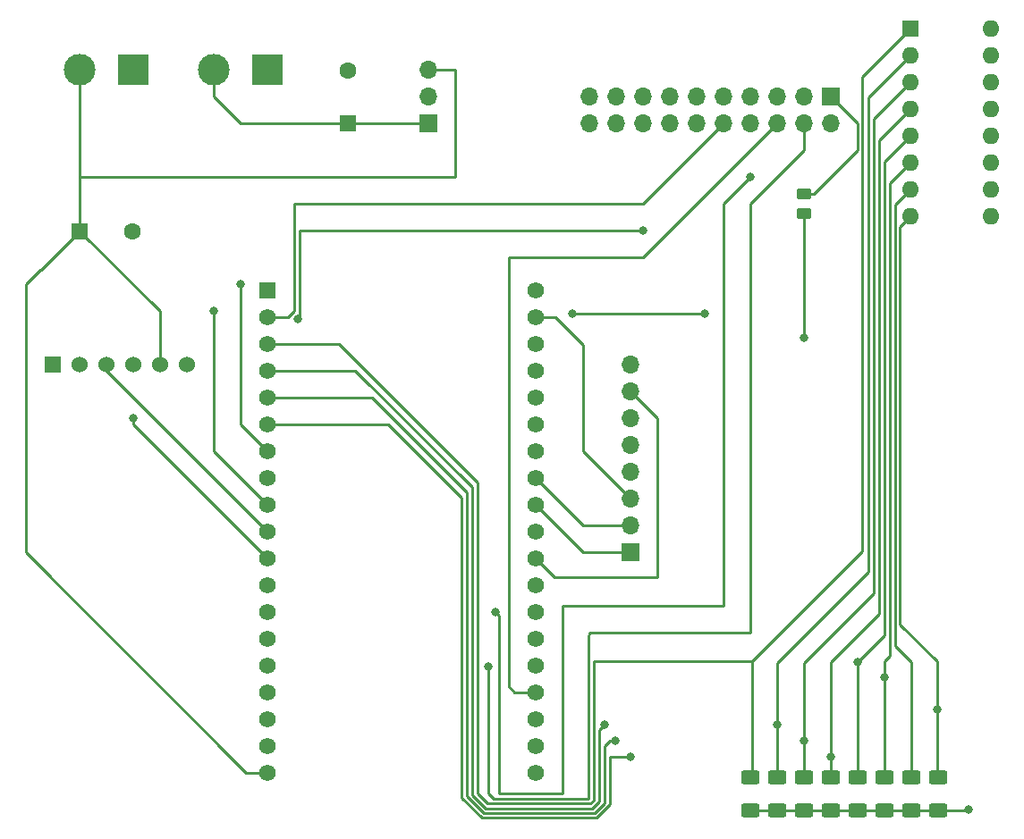
<source format=gbr>
%TF.GenerationSoftware,KiCad,Pcbnew,6.0.2+dfsg-1*%
%TF.CreationDate,2023-04-20T15:10:53+02:00*%
%TF.ProjectId,login-controller,6c6f6769-6e2d-4636-9f6e-74726f6c6c65,rev?*%
%TF.SameCoordinates,Original*%
%TF.FileFunction,Copper,L1,Top*%
%TF.FilePolarity,Positive*%
%FSLAX46Y46*%
G04 Gerber Fmt 4.6, Leading zero omitted, Abs format (unit mm)*
G04 Created by KiCad (PCBNEW 6.0.2+dfsg-1) date 2023-04-20 15:10:53*
%MOMM*%
%LPD*%
G01*
G04 APERTURE LIST*
G04 Aperture macros list*
%AMRoundRect*
0 Rectangle with rounded corners*
0 $1 Rounding radius*
0 $2 $3 $4 $5 $6 $7 $8 $9 X,Y pos of 4 corners*
0 Add a 4 corners polygon primitive as box body*
4,1,4,$2,$3,$4,$5,$6,$7,$8,$9,$2,$3,0*
0 Add four circle primitives for the rounded corners*
1,1,$1+$1,$2,$3*
1,1,$1+$1,$4,$5*
1,1,$1+$1,$6,$7*
1,1,$1+$1,$8,$9*
0 Add four rect primitives between the rounded corners*
20,1,$1+$1,$2,$3,$4,$5,0*
20,1,$1+$1,$4,$5,$6,$7,0*
20,1,$1+$1,$6,$7,$8,$9,0*
20,1,$1+$1,$8,$9,$2,$3,0*%
G04 Aperture macros list end*
%TA.AperFunction,ComponentPad*%
%ADD10R,1.560000X1.560000*%
%TD*%
%TA.AperFunction,ComponentPad*%
%ADD11C,1.560000*%
%TD*%
%TA.AperFunction,ComponentPad*%
%ADD12R,1.700000X1.700000*%
%TD*%
%TA.AperFunction,ComponentPad*%
%ADD13O,1.700000X1.700000*%
%TD*%
%TA.AperFunction,SMDPad,CuDef*%
%ADD14RoundRect,0.250000X0.625000X-0.400000X0.625000X0.400000X-0.625000X0.400000X-0.625000X-0.400000X0*%
%TD*%
%TA.AperFunction,ComponentPad*%
%ADD15R,1.600000X1.600000*%
%TD*%
%TA.AperFunction,ComponentPad*%
%ADD16C,1.600000*%
%TD*%
%TA.AperFunction,ComponentPad*%
%ADD17O,1.600000X1.600000*%
%TD*%
%TA.AperFunction,SMDPad,CuDef*%
%ADD18RoundRect,0.250000X0.450000X-0.262500X0.450000X0.262500X-0.450000X0.262500X-0.450000X-0.262500X0*%
%TD*%
%TA.AperFunction,ComponentPad*%
%ADD19R,3.000000X3.000000*%
%TD*%
%TA.AperFunction,ComponentPad*%
%ADD20C,3.000000*%
%TD*%
%TA.AperFunction,ComponentPad*%
%ADD21R,1.524000X1.524000*%
%TD*%
%TA.AperFunction,ComponentPad*%
%ADD22C,1.524000*%
%TD*%
%TA.AperFunction,ViaPad*%
%ADD23C,0.800000*%
%TD*%
%TA.AperFunction,Conductor*%
%ADD24C,0.250000*%
%TD*%
G04 APERTURE END LIST*
D10*
%TO.P,U1,J2-1,3V3*%
%TO.N,+3V3*%
X132080000Y-48820000D03*
D11*
%TO.P,U1,J2-2,EN*%
%TO.N,JTAG_RST*%
X132080000Y-51360000D03*
%TO.P,U1,J2-3,SENSOR_VP*%
%TO.N,DIP_1*%
X132080000Y-53900000D03*
%TO.P,U1,J2-4,SENSOR_VN*%
%TO.N,DIP_2*%
X132080000Y-56440000D03*
%TO.P,U1,J2-5,IO34*%
%TO.N,DIP_3*%
X132080000Y-58980000D03*
%TO.P,U1,J2-6,IO35*%
%TO.N,DIP_4*%
X132080000Y-61520000D03*
%TO.P,U1,J2-7,IO32*%
%TO.N,SD_CS*%
X132080000Y-64060000D03*
%TO.P,U1,J2-8,IO33*%
%TO.N,unconnected-(U1-PadJ2-8)*%
X132080000Y-66600000D03*
%TO.P,U1,J2-9,IO25*%
%TO.N,SD_SCL*%
X132080000Y-69140000D03*
%TO.P,U1,J2-10,IO26*%
%TO.N,SD_MOSI*%
X132080000Y-71680000D03*
%TO.P,U1,J2-11,IO27*%
%TO.N,SD_MISO*%
X132080000Y-74220000D03*
%TO.P,U1,J2-12,IO14*%
%TO.N,JTAG_TMS*%
X132080000Y-76760000D03*
%TO.P,U1,J2-13,IO12*%
%TO.N,JTAG_TDI*%
X132080000Y-79300000D03*
%TO.P,U1,J2-14,GND1*%
%TO.N,GND*%
X132080000Y-81840000D03*
%TO.P,U1,J2-15,IO13*%
%TO.N,JTAG_TCK*%
X132080000Y-84380000D03*
%TO.P,U1,J2-16,SD2*%
%TO.N,unconnected-(U1-PadJ2-16)*%
X132080000Y-86920000D03*
%TO.P,U1,J2-17,SD3*%
%TO.N,unconnected-(U1-PadJ2-17)*%
X132080000Y-89460000D03*
%TO.P,U1,J2-18,CMD*%
%TO.N,unconnected-(U1-PadJ2-18)*%
X132080000Y-92000000D03*
%TO.P,U1,J2-19,EXT_5V*%
%TO.N,+5V*%
X132080000Y-94540000D03*
%TO.P,U1,J3-1,GND3*%
%TO.N,GND*%
X157480000Y-48820000D03*
%TO.P,U1,J3-2,IO23*%
%TO.N,PN532_MOSI*%
X157480000Y-51360000D03*
%TO.P,U1,J3-3,IO22*%
%TO.N,unconnected-(U1-PadJ3-3)*%
X157480000Y-53900000D03*
%TO.P,U1,J3-4,TXD0*%
%TO.N,unconnected-(U1-PadJ3-4)*%
X157480000Y-56440000D03*
%TO.P,U1,J3-5,RXD0*%
%TO.N,unconnected-(U1-PadJ3-5)*%
X157480000Y-58980000D03*
%TO.P,U1,J3-6,IO21*%
%TO.N,DIP_7*%
X157480000Y-61520000D03*
%TO.P,U1,J3-7,GND2*%
%TO.N,GND*%
X157480000Y-64060000D03*
%TO.P,U1,J3-8,IO19*%
%TO.N,PN532_MISO*%
X157480000Y-66600000D03*
%TO.P,U1,J3-9,IO18*%
%TO.N,PN532_CLK*%
X157480000Y-69140000D03*
%TO.P,U1,J3-10,IO5*%
%TO.N,PN532_SS*%
X157480000Y-71680000D03*
%TO.P,U1,J3-11,IO17*%
%TO.N,PN532_IRQ*%
X157480000Y-74220000D03*
%TO.P,U1,J3-12,IO16*%
%TO.N,DIP_5*%
X157480000Y-76760000D03*
%TO.P,U1,J3-13,IO4*%
%TO.N,DIP_6*%
X157480000Y-79300000D03*
%TO.P,U1,J3-14,IO0*%
%TO.N,unconnected-(U1-PadJ3-14)*%
X157480000Y-81840000D03*
%TO.P,U1,J3-15,IO2*%
%TO.N,DIP_8*%
X157480000Y-84380000D03*
%TO.P,U1,J3-16,IO15*%
%TO.N,JTAG_TDO*%
X157480000Y-86920000D03*
%TO.P,U1,J3-17,SD1*%
%TO.N,unconnected-(U1-PadJ3-17)*%
X157480000Y-89460000D03*
%TO.P,U1,J3-18,SD0*%
%TO.N,unconnected-(U1-PadJ3-18)*%
X157480000Y-92000000D03*
%TO.P,U1,J3-19,CLK*%
%TO.N,unconnected-(U1-PadJ3-19)*%
X157480000Y-94540000D03*
%TD*%
D12*
%TO.P,U4,1,IN*%
%TO.N,+12V*%
X147320000Y-33020000D03*
D13*
%TO.P,U4,2,GND*%
%TO.N,GND*%
X147320000Y-30480000D03*
%TO.P,U4,3,OUT*%
%TO.N,+5V*%
X147320000Y-27940000D03*
%TD*%
D14*
%TO.P,R6,1*%
%TO.N,GND*%
X187960000Y-98070000D03*
%TO.P,R6,2*%
%TO.N,DIP_5*%
X187960000Y-94970000D03*
%TD*%
D15*
%TO.P,C2,1*%
%TO.N,+5V*%
X114340000Y-43220000D03*
D16*
%TO.P,C2,2*%
%TO.N,GND*%
X119340000Y-43220000D03*
%TD*%
D14*
%TO.P,R8,1*%
%TO.N,GND*%
X193040000Y-98070000D03*
%TO.P,R8,2*%
%TO.N,DIP_7*%
X193040000Y-94970000D03*
%TD*%
D15*
%TO.P,SW1,1*%
%TO.N,DIP_1*%
X193000000Y-24000000D03*
D17*
%TO.P,SW1,2*%
%TO.N,DIP_2*%
X193000000Y-26540000D03*
%TO.P,SW1,3*%
%TO.N,DIP_3*%
X193000000Y-29080000D03*
%TO.P,SW1,4*%
%TO.N,DIP_4*%
X193000000Y-31620000D03*
%TO.P,SW1,5*%
%TO.N,DIP_5*%
X193000000Y-34160000D03*
%TO.P,SW1,6*%
%TO.N,DIP_6*%
X193000000Y-36700000D03*
%TO.P,SW1,7*%
%TO.N,DIP_7*%
X193000000Y-39240000D03*
%TO.P,SW1,8*%
%TO.N,DIP_8*%
X193000000Y-41780000D03*
%TO.P,SW1,9*%
%TO.N,+3V3*%
X200620000Y-41780000D03*
%TO.P,SW1,10*%
X200620000Y-39240000D03*
%TO.P,SW1,11*%
X200620000Y-36700000D03*
%TO.P,SW1,12*%
X200620000Y-34160000D03*
%TO.P,SW1,13*%
X200620000Y-31620000D03*
%TO.P,SW1,14*%
X200620000Y-29080000D03*
%TO.P,SW1,15*%
X200620000Y-26540000D03*
%TO.P,SW1,16*%
X200620000Y-24000000D03*
%TD*%
D14*
%TO.P,R2,1*%
%TO.N,GND*%
X177800000Y-98070000D03*
%TO.P,R2,2*%
%TO.N,DIP_1*%
X177800000Y-94970000D03*
%TD*%
D12*
%TO.P,U2,1,SCK*%
%TO.N,PN532_CLK*%
X166500000Y-73660000D03*
D13*
%TO.P,U2,2,MISO*%
%TO.N,PN532_MISO*%
X166500000Y-71120000D03*
%TO.P,U2,3,MOSI*%
%TO.N,PN532_MOSI*%
X166500000Y-68580000D03*
%TO.P,U2,4,SS*%
%TO.N,PN532_SS*%
X166500000Y-66040000D03*
%TO.P,U2,5,VCC*%
%TO.N,+3V3*%
X166500000Y-63500000D03*
%TO.P,U2,6,GND*%
%TO.N,GND*%
X166500000Y-60960000D03*
%TO.P,U2,7,IRQ*%
%TO.N,PN532_IRQ*%
X166500000Y-58420000D03*
%TO.P,U2,8,RSTO*%
%TO.N,unconnected-(U2-Pad8)*%
X166500000Y-55880000D03*
%TD*%
D18*
%TO.P,R1,1*%
%TO.N,+3V3*%
X182880000Y-41552500D03*
%TO.P,R1,2*%
%TO.N,Net-(J4-Pad1)*%
X182880000Y-39727500D03*
%TD*%
D14*
%TO.P,R4,1*%
%TO.N,GND*%
X182880000Y-98070000D03*
%TO.P,R4,2*%
%TO.N,DIP_3*%
X182880000Y-94970000D03*
%TD*%
%TO.P,R7,1*%
%TO.N,GND*%
X190500000Y-98070000D03*
%TO.P,R7,2*%
%TO.N,DIP_6*%
X190500000Y-94970000D03*
%TD*%
D19*
%TO.P,J2,1,Pin_1*%
%TO.N,GND*%
X132080000Y-27940000D03*
D20*
%TO.P,J2,2,Pin_2*%
%TO.N,+12V*%
X127000000Y-27940000D03*
%TD*%
D12*
%TO.P,J4,1,VTref*%
%TO.N,Net-(J4-Pad1)*%
X185420000Y-30480000D03*
D13*
%TO.P,J4,2,SWDIO/TMS*%
%TO.N,JTAG_TMS*%
X185420000Y-33020000D03*
%TO.P,J4,3,GND*%
%TO.N,GND*%
X182880000Y-30480000D03*
%TO.P,J4,4,SWDCLK/TCK*%
%TO.N,JTAG_TCK*%
X182880000Y-33020000D03*
%TO.P,J4,5,GND*%
%TO.N,GND*%
X180340000Y-30480000D03*
%TO.P,J4,6,SWO/TDO*%
%TO.N,JTAG_TDO*%
X180340000Y-33020000D03*
%TO.P,J4,7,KEY*%
%TO.N,unconnected-(J4-Pad7)*%
X177800000Y-30480000D03*
%TO.P,J4,8,NC/TDI*%
%TO.N,JTAG_TDI*%
X177800000Y-33020000D03*
%TO.P,J4,9,GNDDetect*%
%TO.N,GND*%
X175260000Y-30480000D03*
%TO.P,J4,10,~{RESET}*%
%TO.N,JTAG_RST*%
X175260000Y-33020000D03*
%TO.P,J4,11*%
%TO.N,N/C*%
X172720000Y-30480000D03*
%TO.P,J4,12*%
X172720000Y-33020000D03*
%TO.P,J4,13*%
X170180000Y-30480000D03*
%TO.P,J4,14*%
X170180000Y-33020000D03*
%TO.P,J4,15*%
X167640000Y-30480000D03*
%TO.P,J4,16*%
X167640000Y-33020000D03*
%TO.P,J4,17*%
X165100000Y-30480000D03*
%TO.P,J4,18*%
X165100000Y-33020000D03*
%TO.P,J4,19*%
X162560000Y-30480000D03*
%TO.P,J4,20*%
X162560000Y-33020000D03*
%TD*%
D19*
%TO.P,J1,1,Pin_1*%
%TO.N,GND*%
X119380000Y-27940000D03*
D20*
%TO.P,J1,2,Pin_2*%
%TO.N,+5V*%
X114300000Y-27940000D03*
%TD*%
D14*
%TO.P,R5,1*%
%TO.N,GND*%
X185420000Y-98070000D03*
%TO.P,R5,2*%
%TO.N,DIP_4*%
X185420000Y-94970000D03*
%TD*%
%TO.P,R9,1*%
%TO.N,GND*%
X195580000Y-98070000D03*
%TO.P,R9,2*%
%TO.N,DIP_8*%
X195580000Y-94970000D03*
%TD*%
%TO.P,R3,1*%
%TO.N,GND*%
X180340000Y-98070000D03*
%TO.P,R3,2*%
%TO.N,DIP_2*%
X180340000Y-94970000D03*
%TD*%
D21*
%TO.P,U3,1,CS*%
%TO.N,SD_CS*%
X111760000Y-55880000D03*
D22*
%TO.P,U3,2,SCK*%
%TO.N,SD_SCL*%
X114300000Y-55880000D03*
%TO.P,U3,3,MOSI*%
%TO.N,SD_MOSI*%
X116840000Y-55880000D03*
%TO.P,U3,4,MISO*%
%TO.N,SD_MISO*%
X119380000Y-55880000D03*
%TO.P,U3,5,VCC*%
%TO.N,+5V*%
X121920000Y-55880000D03*
%TO.P,U3,6,GND*%
%TO.N,GND*%
X124460000Y-55880000D03*
%TD*%
D15*
%TO.P,C1,1*%
%TO.N,+12V*%
X139700000Y-33020000D03*
D16*
%TO.P,C1,2*%
%TO.N,GND*%
X139700000Y-28020000D03*
%TD*%
D23*
%TO.N,+3V3*%
X182880000Y-53340000D03*
%TO.N,GND*%
X198500000Y-98000000D03*
%TO.N,JTAG_TMS*%
X135000000Y-51500000D03*
X167640000Y-43180000D03*
%TO.N,JTAG_TCK*%
X153000000Y-84500000D03*
%TO.N,JTAG_TDI*%
X153700000Y-79300000D03*
X177800000Y-38100000D03*
%TO.N,SD_CS*%
X129540000Y-48260000D03*
%TO.N,SD_SCL*%
X127000000Y-50800000D03*
%TO.N,SD_MISO*%
X119380000Y-60960000D03*
%TO.N,DIP_2*%
X180340000Y-90000000D03*
X164000000Y-90000000D03*
%TO.N,DIP_3*%
X165000000Y-91500000D03*
X182880000Y-91500000D03*
%TO.N,DIP_4*%
X166500000Y-93000000D03*
X185420000Y-93000000D03*
%TO.N,DIP_5*%
X187960000Y-84040000D03*
%TO.N,DIP_6*%
X190500000Y-85500000D03*
%TO.N,DIP_7*%
X173500000Y-51000000D03*
X161000000Y-51000000D03*
%TO.N,DIP_8*%
X195500000Y-88500000D03*
%TD*%
D24*
%TO.N,PN532_MOSI*%
X162000000Y-54000000D02*
X162000000Y-64080000D01*
X159360000Y-51360000D02*
X162000000Y-54000000D01*
X162000000Y-64080000D02*
X166500000Y-68580000D01*
X157480000Y-51360000D02*
X159360000Y-51360000D01*
%TO.N,PN532_CLK*%
X162000000Y-73660000D02*
X157480000Y-69140000D01*
X166500000Y-73660000D02*
X162000000Y-73660000D01*
%TO.N,PN532_IRQ*%
X169000000Y-60920000D02*
X166500000Y-58420000D01*
X169000000Y-76000000D02*
X169000000Y-60920000D01*
X157480000Y-74220000D02*
X159260000Y-76000000D01*
X159260000Y-76000000D02*
X169000000Y-76000000D01*
%TO.N,PN532_MISO*%
X166500000Y-71120000D02*
X162000000Y-71120000D01*
X162000000Y-71120000D02*
X157480000Y-66600000D01*
%TO.N,GND*%
X187960000Y-98070000D02*
X190500000Y-98070000D01*
X195580000Y-98070000D02*
X198430000Y-98070000D01*
X198430000Y-98070000D02*
X198500000Y-98000000D01*
X182880000Y-98070000D02*
X185420000Y-98070000D01*
X185420000Y-98070000D02*
X187960000Y-98070000D01*
%TO.N,+3V3*%
X182880000Y-53340000D02*
X182880000Y-41552500D01*
%TO.N,GND*%
X193040000Y-98070000D02*
X195580000Y-98070000D01*
X190500000Y-98070000D02*
X193040000Y-98070000D01*
X177800000Y-98070000D02*
X180340000Y-98070000D01*
X180340000Y-98070000D02*
X182880000Y-98070000D01*
%TO.N,+12V*%
X127000000Y-27940000D02*
X127000000Y-30480000D01*
X139700000Y-33020000D02*
X147320000Y-33020000D01*
X129540000Y-33020000D02*
X139700000Y-33020000D01*
X127000000Y-30480000D02*
X129540000Y-33020000D01*
%TO.N,+5V*%
X110593489Y-46886511D02*
X109220000Y-48260000D01*
X109220000Y-48260000D02*
X109220000Y-73660000D01*
X149860000Y-38100000D02*
X114300000Y-38100000D01*
X109220000Y-73660000D02*
X130100000Y-94540000D01*
X114340000Y-43220000D02*
X114340000Y-38140000D01*
X121920000Y-55880000D02*
X121920000Y-50800000D01*
X110673489Y-46886511D02*
X110593489Y-46886511D01*
X114300000Y-27940000D02*
X114300000Y-38100000D01*
X149860000Y-27940000D02*
X149860000Y-38100000D01*
X114340000Y-43220000D02*
X110673489Y-46886511D01*
X147320000Y-27940000D02*
X149860000Y-27940000D01*
X114340000Y-38140000D02*
X114300000Y-38100000D01*
X114340000Y-43220000D02*
X121920000Y-50800000D01*
X130100000Y-94540000D02*
X132080000Y-94540000D01*
%TO.N,JTAG_TMS*%
X157480000Y-43180000D02*
X137160000Y-43180000D01*
X137160000Y-43180000D02*
X135180000Y-43180000D01*
X135180000Y-43180000D02*
X135180000Y-51320000D01*
X167640000Y-43180000D02*
X157480000Y-43180000D01*
X135180000Y-51320000D02*
X135000000Y-51500000D01*
%TO.N,JTAG_TCK*%
X182880000Y-33020000D02*
X182880000Y-35560000D01*
X182880000Y-35560000D02*
X177800000Y-40640000D01*
X162560000Y-81280000D02*
X162560000Y-81440000D01*
X177800000Y-81280000D02*
X162560000Y-81280000D01*
X162560000Y-81440000D02*
X162500000Y-81500000D01*
X153000000Y-96500000D02*
X153000000Y-84500000D01*
X177800000Y-40640000D02*
X177800000Y-81280000D01*
X153500000Y-97000000D02*
X153000000Y-96500000D01*
X162500000Y-81500000D02*
X162500000Y-97000000D01*
X162500000Y-97000000D02*
X153500000Y-97000000D01*
%TO.N,JTAG_TDO*%
X154940000Y-45720000D02*
X154940000Y-86360000D01*
X154940000Y-86360000D02*
X155500000Y-86920000D01*
X167640000Y-45720000D02*
X154940000Y-45720000D01*
X180340000Y-33020000D02*
X167640000Y-45720000D01*
X155500000Y-86920000D02*
X157480000Y-86920000D01*
%TO.N,JTAG_TDI*%
X153700000Y-79300000D02*
X154020000Y-79620000D01*
X177800000Y-38100000D02*
X175260000Y-40640000D01*
X160020000Y-78740000D02*
X160020000Y-96480000D01*
X175260000Y-78740000D02*
X160020000Y-78740000D01*
X160020000Y-96480000D02*
X154020000Y-96480000D01*
X175260000Y-40640000D02*
X175260000Y-78740000D01*
X154020000Y-79620000D02*
X154020000Y-96480000D01*
%TO.N,JTAG_RST*%
X134060000Y-51360000D02*
X132080000Y-51360000D01*
X134620000Y-40640000D02*
X134620000Y-50800000D01*
X175260000Y-33020000D02*
X167640000Y-40640000D01*
X167640000Y-40640000D02*
X134620000Y-40640000D01*
X134620000Y-50800000D02*
X134060000Y-51360000D01*
%TO.N,SD_CS*%
X132080000Y-64060000D02*
X129540000Y-61520000D01*
X129540000Y-61520000D02*
X129540000Y-48260000D01*
%TO.N,SD_SCL*%
X132080000Y-69140000D02*
X127000000Y-64060000D01*
X127000000Y-64060000D02*
X127000000Y-50800000D01*
%TO.N,SD_MOSI*%
X132080000Y-71680000D02*
X116840000Y-56440000D01*
X116840000Y-56440000D02*
X116840000Y-55880000D01*
%TO.N,SD_MISO*%
X132080000Y-74220000D02*
X119380000Y-61520000D01*
X119380000Y-61520000D02*
X119380000Y-60960000D01*
%TO.N,Net-(J4-Pad1)*%
X187960000Y-35560000D02*
X187960000Y-33020000D01*
X185420000Y-30480000D02*
X187960000Y-33020000D01*
X183792500Y-39727500D02*
X182880000Y-39727500D01*
X187960000Y-35560000D02*
X183792500Y-39727500D01*
%TO.N,DIP_1*%
X152000000Y-96500000D02*
X152000000Y-67000000D01*
X163000000Y-97135717D02*
X162686197Y-97449520D01*
X152949520Y-97449520D02*
X152000000Y-96500000D01*
X178000000Y-90000000D02*
X178000000Y-94770000D01*
X162686197Y-97449520D02*
X152949520Y-97449520D01*
X138900000Y-53900000D02*
X132080000Y-53900000D01*
X178000000Y-90000000D02*
X178000000Y-84000000D01*
X178000000Y-84000000D02*
X163000000Y-84000000D01*
X178000000Y-94770000D02*
X177800000Y-94970000D01*
X152000000Y-67000000D02*
X138900000Y-53900000D01*
X163000000Y-84000000D02*
X163000000Y-97135717D01*
X193000000Y-24000000D02*
X188409520Y-28590480D01*
X188409520Y-73590480D02*
X178000000Y-84000000D01*
X188409520Y-28590480D02*
X188409520Y-73590480D01*
%TO.N,DIP_2*%
X162872394Y-97899040D02*
X152763323Y-97899040D01*
X151500000Y-96635717D02*
X151500000Y-67500000D01*
X163500000Y-90500000D02*
X163500000Y-97271434D01*
X151500000Y-67500000D02*
X140440000Y-56440000D01*
X152763323Y-97899040D02*
X151500000Y-96635717D01*
X163500000Y-97271434D02*
X162872394Y-97899040D01*
X189000000Y-30540000D02*
X189000000Y-75500000D01*
X180340000Y-94970000D02*
X180340000Y-90000000D01*
X140440000Y-56440000D02*
X132080000Y-56440000D01*
X180340000Y-84160000D02*
X180340000Y-90000000D01*
X193000000Y-26540000D02*
X189000000Y-30540000D01*
X164000000Y-90000000D02*
X163500000Y-90500000D01*
X189000000Y-75500000D02*
X180340000Y-84160000D01*
%TO.N,DIP_3*%
X164000000Y-97407151D02*
X163058591Y-98348560D01*
X151000000Y-68000000D02*
X141980000Y-58980000D01*
X182880000Y-94970000D02*
X182880000Y-91500000D01*
X141980000Y-58980000D02*
X132080000Y-58980000D01*
X182880000Y-91500000D02*
X182880000Y-84120000D01*
X182880000Y-84120000D02*
X189500000Y-77500000D01*
X164000000Y-92000000D02*
X164000000Y-97407151D01*
X152577126Y-98348560D02*
X151000000Y-96771434D01*
X151000000Y-96771434D02*
X151000000Y-68000000D01*
X189500000Y-77500000D02*
X189500000Y-32580000D01*
X163058591Y-98348560D02*
X152577126Y-98348560D01*
X165000000Y-91500000D02*
X164500000Y-91500000D01*
X189500000Y-32580000D02*
X193000000Y-29080000D01*
X164500000Y-91500000D02*
X164000000Y-92000000D01*
%TO.N,DIP_4*%
X164500000Y-97542868D02*
X163244788Y-98798080D01*
X185420000Y-93000000D02*
X185420000Y-84080000D01*
X152390929Y-98798080D02*
X150500000Y-96907151D01*
X143520000Y-61520000D02*
X132080000Y-61520000D01*
X150500000Y-96907151D02*
X150500000Y-68500000D01*
X166500000Y-93000000D02*
X164500000Y-93000000D01*
X164500000Y-93000000D02*
X164500000Y-97542868D01*
X150500000Y-68500000D02*
X143520000Y-61520000D01*
X185420000Y-84080000D02*
X190000000Y-79500000D01*
X190000000Y-79500000D02*
X190000000Y-36500000D01*
X185420000Y-94970000D02*
X185420000Y-93000000D01*
X190000000Y-34620000D02*
X190000000Y-36500000D01*
X193000000Y-31620000D02*
X190000000Y-34620000D01*
X163244788Y-98798080D02*
X152390929Y-98798080D01*
%TO.N,DIP_5*%
X193000000Y-34160000D02*
X190500000Y-36660000D01*
X190500000Y-81500000D02*
X190500000Y-37000000D01*
X187960000Y-84040000D02*
X190500000Y-81500000D01*
X187960000Y-94970000D02*
X187960000Y-84040000D01*
X190500000Y-36660000D02*
X190500000Y-37000000D01*
%TO.N,DIP_6*%
X191000000Y-39000000D02*
X191000000Y-38700000D01*
X191000000Y-38700000D02*
X193000000Y-36700000D01*
X190500000Y-85500000D02*
X190500000Y-84000000D01*
X190500000Y-94970000D02*
X190500000Y-85500000D01*
X190500000Y-84000000D02*
X191000000Y-83500000D01*
X191000000Y-83500000D02*
X191000000Y-39000000D01*
%TO.N,DIP_7*%
X191500000Y-82500000D02*
X191500000Y-40740000D01*
X193040000Y-87000000D02*
X193040000Y-84040000D01*
X191500000Y-40740000D02*
X193000000Y-39240000D01*
X193040000Y-84040000D02*
X191500000Y-82500000D01*
X193040000Y-94970000D02*
X193040000Y-87000000D01*
X173000000Y-51000000D02*
X173500000Y-51000000D01*
X161000000Y-51000000D02*
X173000000Y-51000000D01*
%TO.N,DIP_8*%
X192000000Y-80500000D02*
X192000000Y-42780000D01*
X195500000Y-88500000D02*
X195500000Y-84000000D01*
X195500000Y-84000000D02*
X192000000Y-80500000D01*
X195500000Y-94890000D02*
X195500000Y-88500000D01*
X192000000Y-42780000D02*
X193000000Y-41780000D01*
X195580000Y-94970000D02*
X195500000Y-94890000D01*
%TD*%
M02*

</source>
